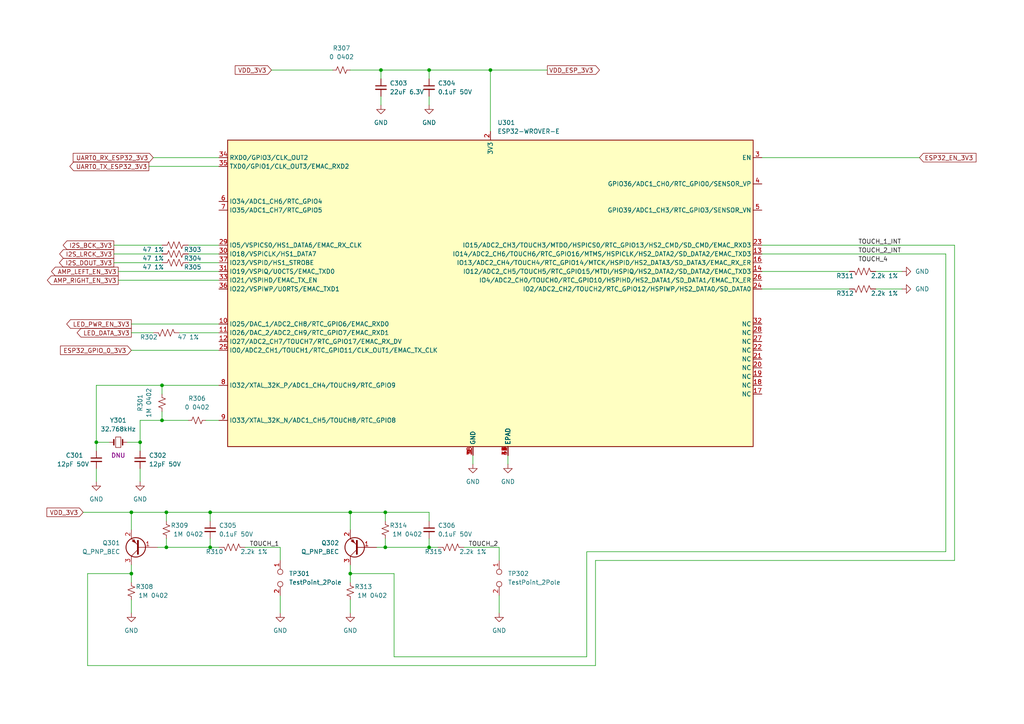
<source format=kicad_sch>
(kicad_sch (version 20211123) (generator eeschema)
  (paper "A4")
  (lib_symbols
    (symbol "Connector:TestPoint_2Pole" (pin_names (offset 0.762) hide)
      (property "Reference" "TP" (at 0 1.524 0))
      (property "Value" "TestPoint_2Pole" (at 0 -1.778 0))
      (symbol "TestPoint_2Pole_0_1"
        (circle (center -1.778 0) (radius 0.762))
        (circle (center 1.778 0) (radius 0.762))
        (pin passive line (at -5.08 0 0) (length 2.54) (name "1") (number "1"))
        (pin passive line (at 5.08 0 180) (length 2.54) (name "2") (number "2"))
      )
    )
    (symbol "Device:C_Small" (pin_numbers hide) (pin_names (offset 0.254) hide)
      (property "Reference" "C" (at 0.254 1.778 0))
      (property "Value" "C_Small" (at 0.254 -2.032 0))
      (symbol "C_Small_0_1"
        (polyline (pts (xy -1.524 -0.508) (xy 1.524 -0.508)) (stroke (width 0.3302)))
        (polyline (pts (xy -1.524 0.508) (xy 1.524 0.508)) (stroke (width 0.3048)))
      )
      (symbol "C_Small_1_1"
        (pin passive line (at 0 2.54 270) (length 2.032) (name "~") (number "1"))
        (pin passive line (at 0 -2.54 90) (length 2.032) (name "~") (number "2"))
      )
    )
    (symbol "Device:Crystal_Small" (pin_numbers hide) (pin_names (offset 1.016) hide)
      (property "Reference" "Y" (at 0 2.54 0))
      (property "Value" "Crystal_Small" (at 0 -2.54 0))
      (symbol "Crystal_Small_0_1"
        (rectangle (start -0.762 -1.524) (end 0.762 1.524))
        (polyline (pts (xy -1.27 -0.762) (xy -1.27 0.762)) (stroke (width 0.381)))
        (polyline (pts (xy 1.27 -0.762) (xy 1.27 0.762)) (stroke (width 0.381)))
      )
      (symbol "Crystal_Small_1_1"
        (pin passive line (at -2.54 0 0) (length 1.27) (name "1") (number "1"))
        (pin passive line (at 2.54 0 180) (length 1.27) (name "2") (number "2"))
      )
    )
    (symbol "Device:Q_PNP_BEC" (pin_names (offset 0) hide)
      (property "Reference" "Q" (at 5.08 1.27 0))
      (property "Value" "Q_PNP_BEC" (at 5.08 -1.27 0))
      (symbol "Q_PNP_BEC_0_1"
        (polyline (pts (xy 0.635 0.635) (xy 2.54 2.54)))
        (polyline (pts (xy 0.635 -0.635) (xy 2.54 -2.54) (xy 2.54 -2.54)))
        (polyline (pts (xy 0.635 1.905) (xy 0.635 -1.905) (xy 0.635 -1.905)) (stroke (width 0.508)))
        (polyline (pts (xy 2.286 -1.778) (xy 1.778 -2.286) (xy 1.27 -1.27) (xy 2.286 -1.778) (xy 2.286 -1.778)) (fill (type outline)))
        (circle (center 1.27 0) (radius 2.8194) (stroke (width 0.254)))
      )
      (symbol "Q_PNP_BEC_1_1"
        (pin input line (at -5.08 0 0) (length 5.715) (name "B") (number "1"))
        (pin passive line (at 2.54 -5.08 90) (length 2.54) (name "E") (number "2"))
        (pin passive line (at 2.54 5.08 270) (length 2.54) (name "C") (number "3"))
      )
    )
    (symbol "Device:R_Small_US" (pin_numbers hide) (pin_names (offset 0.254) hide)
      (property "Reference" "R" (at 0.762 0.508 0))
      (property "Value" "R_Small_US" (at 0.762 -1.016 0))
      (symbol "R_Small_US_1_1"
        (polyline (pts (xy 0 0) (xy 1.016 -0.381) (xy 0 -0.762) (xy -1.016 -1.143) (xy 0 -1.524)))
        (polyline (pts (xy 0 1.524) (xy 1.016 1.143) (xy 0 0.762) (xy -1.016 0.381) (xy 0 0)))
        (pin passive line (at 0 2.54 270) (length 1.016) (name "~") (number "1"))
        (pin passive line (at 0 -2.54 90) (length 1.016) (name "~") (number "2"))
      )
    )
    (symbol "Device:R_US" (pin_numbers hide) (pin_names (offset 0))
      (property "Reference" "R" (at 2.54 0 90))
      (property "Value" "R_US" (at -2.54 0 90))
      (symbol "R_US_0_1"
        (polyline (pts (xy 0 -2.286) (xy 0 -2.54)))
        (polyline (pts (xy 0 2.286) (xy 0 2.54)))
        (polyline (pts (xy 0 -0.762) (xy 1.016 -1.143) (xy 0 -1.524) (xy -1.016 -1.905) (xy 0 -2.286)))
        (polyline (pts (xy 0 0.762) (xy 1.016 0.381) (xy 0 0) (xy -1.016 -0.381) (xy 0 -0.762)))
        (polyline (pts (xy 0 2.286) (xy 1.016 1.905) (xy 0 1.524) (xy -1.016 1.143) (xy 0 0.762)))
      )
      (symbol "R_US_1_1"
        (pin passive line (at 0 3.81 270) (length 1.27) (name "~") (number "1"))
        (pin passive line (at 0 -3.81 90) (length 1.27) (name "~") (number "2"))
      )
    )
    (symbol "RK_MCU_Espressif:ESP32-WROVER-E"
      (property "Reference" "U" (at 0.508 32.004 0))
      (property "Value" "ESP32-WROVER-E" (at 1.778 28.448 0))
      (symbol "ESP32-WROVER-E_0_1"
        (rectangle (start -76.2 43.18) (end 76.2 -45.72) (stroke (width 0.254)) (fill (type background)))
      )
      (symbol "ESP32-WROVER-E_1_1"
        (pin power_in line (at -5.08 -48.26 90) (length 2.54) (name "GND") (number "1"))
        (pin bidirectional line (at -78.74 -10.16 0) (length 2.54) (name "IO25/DAC_1/ADC2_CH8/RTC_GPIO6/EMAC_RXD0") (number "10"))
        (pin bidirectional line (at -78.74 -12.7 0) (length 2.54) (name "IO26/DAC_2/ADC2_CH9/RTC_GPIO7/EMAC_RXD1") (number "11"))
        (pin bidirectional line (at -78.74 -15.24 0) (length 2.54) (name "IO27/ADC2_CH7/TOUCH7/RTC_GPIO17/EMAC_RX_DV") (number "12"))
        (pin bidirectional line (at 78.74 10.16 180) (length 2.54) (name "IO14/ADC2_CH6/TOUCH6/RTC_GPIO16/MTMS/HSPICLK/HS2_DATA2/SD_DATA2/EMAC_TXD3") (number "13"))
        (pin bidirectional line (at 78.74 5.08 180) (length 2.54) (name "IO12/ADC2_CH5/TOUCH5/RTC_GPIO15/MTDI/HSPIQ/HS2_DATA2/SD_DATA2/EMAC_TXD3") (number "14"))
        (pin power_in line (at -5.08 -48.26 90) (length 2.54) (name "GND") (number "15"))
        (pin bidirectional line (at 78.74 7.62 180) (length 2.54) (name "IO13/ADC2_CH4/TOUCH4/RTC_GPIO14/MTCK/HSPID/HS2_DATA3/SD_DATA3/EMAC_RX_ER") (number "16"))
        (pin bidirectional line (at 78.74 -30.48 180) (length 2.54) (name "NC") (number "17"))
        (pin bidirectional line (at 78.74 -27.94 180) (length 2.54) (name "NC") (number "18"))
        (pin bidirectional line (at 78.74 -25.4 180) (length 2.54) (name "NC") (number "19"))
        (pin power_in line (at 0 45.72 270) (length 2.54) (name "3V3") (number "2"))
        (pin bidirectional line (at 78.74 -22.86 180) (length 2.54) (name "NC") (number "20"))
        (pin bidirectional line (at 78.74 -20.32 180) (length 2.54) (name "NC") (number "21"))
        (pin bidirectional line (at 78.74 -17.78 180) (length 2.54) (name "NC") (number "22"))
        (pin bidirectional line (at 78.74 12.7 180) (length 2.54) (name "IO15/ADC2_CH3/TOUCH3/MTDO/HSPICS0/RTC_GPIO13/HS2_CMD/SD_CMD/EMAC_RXD3") (number "23"))
        (pin bidirectional line (at 78.74 0 180) (length 2.54) (name "IO2/ADC2_CH2/TOUCH2/RTC_GPIO12/HSPIWP/HS2_DATA0/SD_DATA0") (number "24"))
        (pin bidirectional line (at -78.74 -17.78 0) (length 2.54) (name "IO0/ADC2_CH1/TOUCH1/RTC_GPIO11/CLK_OUT1/EMAC_TX_CLK") (number "25"))
        (pin bidirectional line (at 78.74 2.54 180) (length 2.54) (name "IO4/ADC2_CH0/TOUCH0/RTC_GPIO10/HSPIHD/HS2_DATA1/SD_DATA1/EMAC_TX_ER") (number "26"))
        (pin bidirectional line (at 78.74 -15.24 180) (length 2.54) (name "NC") (number "27"))
        (pin bidirectional line (at 78.74 -12.7 180) (length 2.54) (name "NC") (number "28"))
        (pin bidirectional line (at -78.74 12.7 0) (length 2.54) (name "IO5/VSPICS0/HS1_DATA6/EMAC_RX_CLK") (number "29"))
        (pin input line (at 78.74 38.1 180) (length 2.54) (name "EN") (number "3"))
        (pin bidirectional line (at -78.74 10.16 0) (length 2.54) (name "IO18/VSPICLK/HS1_DATA7") (number "30"))
        (pin bidirectional line (at -78.74 5.08 0) (length 2.54) (name "IO19/VSPIQ/U0CTS/EMAC_TXD0") (number "31"))
        (pin bidirectional line (at 78.74 -10.16 180) (length 2.54) (name "NC") (number "32"))
        (pin bidirectional line (at -78.74 2.54 0) (length 2.54) (name "IO21/VSPIHD/EMAC_TX_EN") (number "33"))
        (pin bidirectional line (at -78.74 38.1 0) (length 2.54) (name "RXD0/GPIO3/CLK_OUT2") (number "34"))
        (pin bidirectional line (at -78.74 35.56 0) (length 2.54) (name "TXD0/GPIO1/CLK_OUT3/EMAC_RXD2") (number "35"))
        (pin bidirectional line (at -78.74 0 0) (length 2.54) (name "IO22/VSPIWP/U0RTS/EMAC_TXD1") (number "36"))
        (pin bidirectional line (at -78.74 7.62 0) (length 2.54) (name "IO23/VSPID/HS1_STROBE") (number "37"))
        (pin power_in line (at -5.08 -48.26 90) (length 2.54) (name "GND") (number "38"))
        (pin power_in line (at 5.08 -48.26 90) (length 2.54) (name "EPAD") (number "39"))
        (pin bidirectional line (at 78.74 30.48 180) (length 2.54) (name "GPIO36/ADC1_CH0/RTC_GPIO0/SENSOR_VP") (number "4"))
        (pin power_in line (at 5.08 -48.26 90) (length 2.54) (name "EPAD") (number "40"))
        (pin power_in line (at 5.08 -48.26 90) (length 2.54) (name "EPAD") (number "41"))
        (pin power_in line (at 5.08 -48.26 90) (length 2.54) (name "EPAD") (number "42"))
        (pin power_in line (at 5.08 -48.26 90) (length 2.54) (name "EPAD") (number "43"))
        (pin power_in line (at 5.08 -48.26 90) (length 2.54) (name "EPAD") (number "44"))
        (pin power_in line (at 5.08 -48.26 90) (length 2.54) (name "EPAD") (number "45"))
        (pin power_in line (at 5.08 -48.26 90) (length 2.54) (name "EPAD") (number "46"))
        (pin power_in line (at 5.08 -48.26 90) (length 2.54) (name "EPAD") (number "47"))
        (pin bidirectional line (at 78.74 22.86 180) (length 2.54) (name "GPIO39/ADC1_CH3/RTC_GPIO3/SENSOR_VN") (number "5"))
        (pin bidirectional line (at -78.74 25.4 0) (length 2.54) (name "IO34/ADC1_CH6/RTC_GPIO4") (number "6"))
        (pin bidirectional line (at -78.74 22.86 0) (length 2.54) (name "IO35/ADC1_CH7/RTC_GPIO5") (number "7"))
        (pin bidirectional line (at -78.74 -27.94 0) (length 2.54) (name "IO32/XTAL_32K_P/ADC1_CH4/TOUCH9/RTC_GPIO9") (number "8"))
        (pin bidirectional line (at -78.74 -38.1 0) (length 2.54) (name "IO33/XTAL_32K_N/ADC1_CH5/TOUCH8/RTC_GPIO8") (number "9"))
      )
    )
    (symbol "power:GND" (power) (pin_names (offset 0))
      (property "Value" "GND" (at 0 -3.81 0))
      (symbol "GND_0_1"
        (polyline (pts (xy 0 0) (xy 0 -1.27) (xy 1.27 -1.27) (xy 0 -2.54) (xy -1.27 -1.27) (xy 0 -1.27)))
      )
      (symbol "GND_1_1"
        (pin power_in line (at 0 0 270) (length 0) hide (name "GND") (number "1"))
      )
    )
  )
  (junction (at 124.46 158.75))
  (junction (at 101.6 166.37))
  (junction (at 60.96 158.75))
  (junction (at 27.94 128.27))
  (junction (at 142.24 20.32))
  (junction (at 38.1 166.37))
  (junction (at 60.96 148.59))
  (junction (at 48.26 158.75))
  (junction (at 38.1 148.59))
  (junction (at 40.64 128.27))
  (junction (at 111.76 148.59))
  (junction (at 110.49 20.32))
  (junction (at 46.99 111.76))
  (junction (at 46.99 121.92))
  (junction (at 124.46 20.32))
  (junction (at 101.6 148.59))
  (junction (at 111.76 158.75))
  (junction (at 48.26 148.59))
  (wire (pts (xy 38.1 166.37) (xy 38.1 168.91)))
  (wire (pts (xy 111.76 148.59) (xy 124.46 148.59)))
  (wire (pts (xy 276.86 71.12) (xy 276.86 162.56)))
  (wire (pts (xy 54.61 121.92) (xy 46.99 121.92)))
  (wire (pts (xy 63.5 111.76) (xy 46.99 111.76)))
  (wire (pts (xy 101.6 166.37) (xy 101.6 168.91)))
  (wire (pts (xy 254 83.82) (xy 261.62 83.82)))
  (wire (pts (xy 46.99 73.66) (xy 33.02 73.66)))
  (wire (pts (xy 137.16 132.08) (xy 137.16 134.62)))
  (wire (pts (xy 78.74 20.32) (xy 96.52 20.32)))
  (wire (pts (xy 38.1 173.99) (xy 38.1 177.8)))
  (wire (pts (xy 81.28 172.72) (xy 81.28 177.8)))
  (wire (pts (xy 172.72 193.04) (xy 25.4 193.04)))
  (wire (pts (xy 27.94 128.27) (xy 27.94 130.81)))
  (wire (pts (xy 46.99 119.38) (xy 46.99 121.92)))
  (wire (pts (xy 38.1 96.52) (xy 44.45 96.52)))
  (wire (pts (xy 124.46 158.75) (xy 127 158.75)))
  (wire (pts (xy 46.99 111.76) (xy 46.99 114.3)))
  (wire (pts (xy 170.18 160.02) (xy 170.18 190.5)))
  (wire (pts (xy 40.64 135.89) (xy 40.64 139.7)))
  (wire (pts (xy 54.61 73.66) (xy 63.5 73.66)))
  (wire (pts (xy 110.49 20.32) (xy 124.46 20.32)))
  (wire (pts (xy 172.72 162.56) (xy 172.72 193.04)))
  (wire (pts (xy 110.49 22.86) (xy 110.49 20.32)))
  (wire (pts (xy 24.13 148.59) (xy 38.1 148.59)))
  (wire (pts (xy 40.64 121.92) (xy 40.64 128.27)))
  (wire (pts (xy 54.61 76.2) (xy 63.5 76.2)))
  (wire (pts (xy 124.46 151.13) (xy 124.46 148.59)))
  (wire (pts (xy 110.49 27.94) (xy 110.49 30.48)))
  (wire (pts (xy 45.72 158.75) (xy 48.26 158.75)))
  (wire (pts (xy 81.28 162.56) (xy 81.28 158.75)))
  (wire (pts (xy 27.94 111.76) (xy 27.94 128.27)))
  (wire (pts (xy 60.96 148.59) (xy 101.6 148.59)))
  (wire (pts (xy 25.4 193.04) (xy 25.4 166.37)))
  (wire (pts (xy 111.76 158.75) (xy 124.46 158.75)))
  (wire (pts (xy 220.98 71.12) (xy 276.86 71.12)))
  (wire (pts (xy 25.4 166.37) (xy 38.1 166.37)))
  (wire (pts (xy 114.3 190.5) (xy 114.3 166.37)))
  (wire (pts (xy 46.99 71.12) (xy 33.02 71.12)))
  (wire (pts (xy 101.6 163.83) (xy 101.6 166.37)))
  (wire (pts (xy 101.6 20.32) (xy 110.49 20.32)))
  (wire (pts (xy 48.26 158.75) (xy 48.26 156.21)))
  (wire (pts (xy 38.1 93.98) (xy 63.5 93.98)))
  (wire (pts (xy 101.6 148.59) (xy 101.6 153.67)))
  (wire (pts (xy 40.64 128.27) (xy 40.64 130.81)))
  (wire (pts (xy 170.18 190.5) (xy 114.3 190.5)))
  (wire (pts (xy 34.29 78.74) (xy 63.5 78.74)))
  (wire (pts (xy 48.26 148.59) (xy 60.96 148.59)))
  (wire (pts (xy 34.29 81.28) (xy 63.5 81.28)))
  (wire (pts (xy 46.99 76.2) (xy 33.02 76.2)))
  (wire (pts (xy 60.96 151.13) (xy 60.96 148.59)))
  (wire (pts (xy 144.78 158.75) (xy 134.62 158.75)))
  (wire (pts (xy 54.61 71.12) (xy 63.5 71.12)))
  (wire (pts (xy 254 78.74) (xy 261.62 78.74)))
  (wire (pts (xy 48.26 151.13) (xy 48.26 148.59)))
  (wire (pts (xy 220.98 73.66) (xy 274.32 73.66)))
  (wire (pts (xy 101.6 173.99) (xy 101.6 177.8)))
  (wire (pts (xy 60.96 156.21) (xy 60.96 158.75)))
  (wire (pts (xy 220.98 45.72) (xy 266.7 45.72)))
  (wire (pts (xy 147.32 132.08) (xy 147.32 134.62)))
  (wire (pts (xy 27.94 135.89) (xy 27.94 139.7)))
  (wire (pts (xy 109.22 158.75) (xy 111.76 158.75)))
  (wire (pts (xy 220.98 83.82) (xy 246.38 83.82)))
  (wire (pts (xy 144.78 172.72) (xy 144.78 177.8)))
  (wire (pts (xy 52.07 96.52) (xy 63.5 96.52)))
  (wire (pts (xy 43.18 48.26) (xy 63.5 48.26)))
  (wire (pts (xy 36.83 128.27) (xy 40.64 128.27)))
  (wire (pts (xy 60.96 158.75) (xy 63.5 158.75)))
  (wire (pts (xy 38.1 163.83) (xy 38.1 166.37)))
  (wire (pts (xy 81.28 158.75) (xy 71.12 158.75)))
  (wire (pts (xy 31.75 128.27) (xy 27.94 128.27)))
  (wire (pts (xy 44.45 45.72) (xy 63.5 45.72)))
  (wire (pts (xy 59.69 121.92) (xy 63.5 121.92)))
  (wire (pts (xy 276.86 162.56) (xy 172.72 162.56)))
  (wire (pts (xy 63.5 101.6) (xy 38.1 101.6)))
  (wire (pts (xy 111.76 148.59) (xy 101.6 148.59)))
  (wire (pts (xy 124.46 20.32) (xy 124.46 22.86)))
  (wire (pts (xy 114.3 166.37) (xy 101.6 166.37)))
  (wire (pts (xy 144.78 162.56) (xy 144.78 158.75)))
  (wire (pts (xy 124.46 27.94) (xy 124.46 30.48)))
  (wire (pts (xy 46.99 111.76) (xy 27.94 111.76)))
  (wire (pts (xy 220.98 78.74) (xy 246.38 78.74)))
  (wire (pts (xy 111.76 158.75) (xy 111.76 156.21)))
  (wire (pts (xy 48.26 158.75) (xy 60.96 158.75)))
  (wire (pts (xy 48.26 148.59) (xy 38.1 148.59)))
  (wire (pts (xy 124.46 156.21) (xy 124.46 158.75)))
  (wire (pts (xy 274.32 160.02) (xy 170.18 160.02)))
  (wire (pts (xy 142.24 20.32) (xy 158.75 20.32)))
  (wire (pts (xy 111.76 151.13) (xy 111.76 148.59)))
  (wire (pts (xy 46.99 121.92) (xy 40.64 121.92)))
  (wire (pts (xy 142.24 38.1) (xy 142.24 20.32)))
  (wire (pts (xy 274.32 73.66) (xy 274.32 160.02)))
  (wire (pts (xy 142.24 20.32) (xy 124.46 20.32)))
  (wire (pts (xy 38.1 148.59) (xy 38.1 153.67)))
  (label "TOUCH_2" (at 135.89 158.75 0))
  (label "TOUCH_2_INT" (at 248.92 73.66 0))
  (label "TOUCH_4" (at 248.92 76.2 0))
  (label "TOUCH_1" (at 72.39 158.75 0))
  (label "TOUCH_1_INT" (at 248.92 71.12 0))
  (global_label "AMP_LEFT_EN_3V3" (shape output) (at 34.29 78.74 180) (property "Intersheet References" "${INTERSHEET_REFS}" (effects hide)))
  (global_label "VDD_ESP_3V3" (shape output) (at 158.75 20.32 0) (property "Intersheet References" "${INTERSHEET_REFS}" (effects hide)))
  (global_label "ESP32_EN_3V3" (shape input) (at 266.7 45.72 0) (property "Intersheet References" "${INTERSHEET_REFS}" (effects hide)))
  (global_label "VDD_3V3" (shape input) (at 78.74 20.32 180) (property "Intersheet References" "${INTERSHEET_REFS}" (effects hide)))
  (global_label "LED_DATA_3V3" (shape output) (at 38.1 96.52 180) (property "Intersheet References" "${INTERSHEET_REFS}" (effects hide)))
  (global_label "I2S_DOUT_3V3" (shape output) (at 33.02 76.2 180) (property "Intersheet References" "${INTERSHEET_REFS}" (effects hide)))
  (global_label "I2S_LRCK_3V3" (shape output) (at 33.02 73.66 180) (property "Intersheet References" "${INTERSHEET_REFS}" (effects hide)))
  (global_label "AMP_RIGHT_EN_3V3" (shape output) (at 34.29 81.28 180) (property "Intersheet References" "${INTERSHEET_REFS}" (effects hide)))
  (global_label "I2S_BCK_3V3" (shape output) (at 33.02 71.12 180) (property "Intersheet References" "${INTERSHEET_REFS}" (effects hide)))
  (global_label "ESP32_GPIO_0_3V3" (shape input) (at 38.1 101.6 180) (property "Intersheet References" "${INTERSHEET_REFS}" (effects hide)))
  (global_label "VDD_3V3" (shape input) (at 24.13 148.59 180) (property "Intersheet References" "${INTERSHEET_REFS}" (effects hide)))
  (global_label "LED_PWR_EN_3V3" (shape output) (at 38.1 93.98 180) (property "Intersheet References" "${INTERSHEET_REFS}" (effects hide)))
  (global_label "UART0_RX_ESP32_3V3" (shape input) (at 44.45 45.72 180) (property "Intersheet References" "${INTERSHEET_REFS}" (effects hide)))
  (global_label "UART0_TX_ESP32_3V3" (shape output) (at 43.18 48.26 180) (property "Intersheet References" "${INTERSHEET_REFS}" (effects hide)))
  (symbol (lib_id "Device:R_US") (at 130.81 158.75 270) (mirror x) (unit 1)
    (property "Reference" "R315" (at 125.73 160.02 90))
    (property "Value" "2.2k 1%" (at 137.16 160.02 90))
    (property "Footprint" "Resistor_SMD:R_0402_1005Metric" (effects hide))
    (property "Manufacturer_Name" "Kamaya" (effects hide))
    (property "Manufacturer_Part_Number" "RMC10K222FTH" (effects hide))
    (property "Mouser Part Number" "791-RMC10K222FTH" (effects hide))
    (property "Mouser Price/Stock" "0.015" (effects hide))
    (property "JLC_Type" "Basic" (effects hide))
    (property "Description" "Res 0402 2.2kohm 1%" (effects hide))
    (property "JLC_Manufacturer" "UNI-ROYAL(Uniroyal Elec)" (effects hide))
    (property "JLC_Cost" "0.0005" (effects hide))
    (property "JLC_MPN" "0402WGF2201TCE" (effects hide))
    (property "JLC_PN" "C25879" (effects hide))
  )
  (symbol (lib_id "Device:R_US") (at 50.8 71.12 90) (unit 1)
    (property "Reference" "R303" (at 55.88 72.39 90))
    (property "Value" "47 1%" (at 44.45 72.39 90))
    (property "Footprint" "Resistor_SMD:R_0402_1005Metric" (effects hide))
    (property "Manufacturer_Name" "Kamaya" (effects hide))
    (property "Manufacturer_Part_Number" "RMC10K470FTH" (effects hide))
    (property "Mouser Part Number" "791-RMC10K470FTH" (effects hide))
    (property "Mouser Price/Stock" "0.015" (effects hide))
    (property "JLC_Type" "Basic" (effects hide))
    (property "Description" "Res 0402 47ohm 1%" (effects hide))
    (property "JLC_Manufacturer" "UNI-ROYAL(Uniroyal Elec)" (effects hide))
    (property "JLC_Cost" "0.0008" (effects hide))
    (property "JLC_MPN" "0402WGF470JTCE" (effects hide))
    (property "JLC_PN" "C25118" (effects hide))
  )
  (symbol (lib_id "Device:C_Small") (at 124.46 153.67 0) (unit 1)
    (property "Reference" "C306" (at 127 152.4062 0) (effects (justify left)))
    (property "Value" "0.1uF 50V" (at 127 154.9462 0) (effects (justify left)))
    (property "Footprint" "Capacitor_SMD:C_0402_1005Metric" (effects hide))
    (property "JLC_Cost" "0.0061" (effects hide))
    (property "JLC_MPN" "CL05B104KB54PNC" (effects hide))
    (property "JLC_Manufacturer" "Samsung Electro-Mechanics" (effects hide))
    (property "JLC_PN" "C307331" (effects hide))
    (property "JLC_Type" "Basic" (effects hide))
    (property "Description" "MLCC 0402 X7R 100nF 50V" (effects hide))
  )
  (symbol (lib_id "Device:R_Small_US") (at 111.76 153.67 0) (unit 1)
    (property "Reference" "R314" (at 115.57 152.4 0))
    (property "Value" "1M 0402" (at 118.11 154.94 0))
    (property "Footprint" "Resistor_SMD:R_0402_1005Metric" (effects hide))
    (property "JLC_Cost" "0.0005" (effects hide))
    (property "JLC_MPN" "0402WGF1004TCE" (effects hide))
    (property "JLC_Manufacturer" "UNI-ROYAL(Uniroyal Elec)" (effects hide))
    (property "JLC_PN" "C26083" (effects hide))
    (property "JLC_Type" "Basic" (effects hide))
    (property "Description" "Res 0402 1Mega ohm 1%" (effects hide))
  )
  (symbol (lib_id "Device:Crystal_Small") (at 34.29 128.27 180) (unit 1)
    (property "Reference" "Y301" (at 34.29 121.92 0))
    (property "Value" "32.768kHz" (at 34.29 124.46 0))
    (property "Footprint" "Crystal:Crystal_SMD_3215-2Pin_3.2x1.5mm" (effects hide))
    (property "JLC_Cost" "0.2034" (effects hide))
    (property "JLC_MPN" "SF32WK32768D31T002" (effects hide))
    (property "JLC_Manufacturer" "TKD" (effects hide))
    (property "JLC_PN" "C271654" (effects hide))
    (property "JLC_Type" "Extended" (effects hide))
    (property "DNU" "DNU" (at 34.29 132.08 0))
    (property "Description" "Crystal 3215 2-pin 32.768kHz" (effects hide))
  )
  (symbol (lib_id "RK_MCU_Espressif:ESP32-WROVER-E") (at 142.24 83.82 0) (unit 1)
    (property "Reference" "U301" (at 144.2594 35.56 0) (effects (justify left)))
    (property "Value" "ESP32-WROVER-E" (at 144.2594 38.1 0) (effects (justify left)))
    (property "Footprint" "RK_MCU_Modules:ESP32-WROVER-E" (effects hide))
    (property "Datasheet" "http://espressif.com/sites/default/files/documentation/0a-https://www.espressif.com/sites/default/files/documentation/esp32-wrover-e_esp32-wrover-ie_datasheet_en.pdf" (effects hide))
    (property "Description" "Module CPU + BT + WLAN + RAM + FLASH ESP32-WROVER-E" (effects hide))
    (property "JLC_MPN" "ESP32-WROVER-E-N8R8" (effects hide))
    (property "JLC_Manufacturer" "Espressif Systems" (effects hide))
    (property "JLC_PN" "C2973667" (effects hide))
    (property "JLC_Cost" "3.43" (effects hide))
    (property "JLC_Type" "Extended" (effects hide))
  )
  (symbol (lib_id "Device:Q_PNP_BEC") (at 40.64 158.75 180) (unit 1)
    (property "Reference" "Q301" (at 34.87 157.4799 0) (effects (justify left)))
    (property "Value" "Q_PNP_BEC" (at 34.87 160.0199 0) (effects (justify left)))
    (property "Footprint" "Package_TO_SOT_SMD:SOT-23" (effects hide))
    (property "Description" "BJT, PNP, S9015, SOT23" (effects hide))
    (property "JLC_Cost" "0.0147" (effects hide))
    (property "JLC_MPN" "S9015" (effects hide))
    (property "JLC_Manufacturer" "Jiangsu Changjing Electronics Technology Co., Ltd." (effects hide))
    (property "JLC_PN" "C2149" (effects hide))
    (property "JLC_Type" "Basic" (effects hide))
  )
  (symbol (lib_id "Device:R_US") (at 50.8 76.2 90) (unit 1)
    (property "Reference" "R305" (at 55.88 77.47 90))
    (property "Value" "47 1%" (at 44.45 77.47 90))
    (property "Footprint" "Resistor_SMD:R_0402_1005Metric" (effects hide))
    (property "Manufacturer_Name" "Kamaya" (effects hide))
    (property "Manufacturer_Part_Number" "RMC10K470FTH" (effects hide))
    (property "Mouser Part Number" "791-RMC10K470FTH" (effects hide))
    (property "Mouser Price/Stock" "0.015" (effects hide))
    (property "JLC_Type" "Basic" (effects hide))
    (property "Description" "Res 0402 47ohm 1%" (effects hide))
    (property "JLC_Manufacturer" "UNI-ROYAL(Uniroyal Elec)" (effects hide))
    (property "JLC_Cost" "0.0008" (effects hide))
    (property "JLC_MPN" "0402WGF470JTCE" (effects hide))
    (property "JLC_PN" "C25118" (effects hide))
  )
  (symbol (lib_id "Device:R_Small_US") (at 99.06 20.32 90) (unit 1)
    (property "Reference" "R307" (at 99.06 13.97 90))
    (property "Value" "0 0402" (at 99.06 16.51 90))
    (property "Footprint" "Resistor_SMD:R_0402_1005Metric" (effects hide))
    (property "JLC_Cost" "0.0005" (effects hide))
    (property "JLC_MPN" "0402WGF0000TCE" (effects hide))
    (property "JLC_Manufacturer" "UNI-ROYAL(Uniroyal Elec)" (effects hide))
    (property "JLC_PN" "C17168" (effects hide))
    (property "JLC_Type" "Basic" (effects hide))
    (property "Description" "Res 0402 0ohm" (effects hide))
  )
  (symbol (lib_id "Device:C_Small") (at 60.96 153.67 0) (unit 1)
    (property "Reference" "C305" (at 63.5 152.4062 0) (effects (justify left)))
    (property "Value" "0.1uF 50V" (at 63.5 154.9462 0) (effects (justify left)))
    (property "Footprint" "Capacitor_SMD:C_0402_1005Metric" (effects hide))
    (property "JLC_Cost" "0.0061" (effects hide))
    (property "JLC_MPN" "CL05B104KB54PNC" (effects hide))
    (property "JLC_Manufacturer" "Samsung Electro-Mechanics" (effects hide))
    (property "JLC_PN" "C307331" (effects hide))
    (property "JLC_Type" "Basic" (effects hide))
    (property "Description" "MLCC 0402 X7R 100nF 50V" (effects hide))
  )
  (symbol (lib_id "Device:R_Small_US") (at 46.99 116.84 180) (unit 1)
    (property "Reference" "R301" (at 40.64 116.84 90))
    (property "Value" "1M 0402" (at 43.18 116.84 90))
    (property "Footprint" "Resistor_SMD:R_0402_1005Metric" (effects hide))
    (property "JLC_Cost" "0.0005" (effects hide))
    (property "JLC_MPN" "0402WGF1004TCE" (effects hide))
    (property "JLC_Manufacturer" "UNI-ROYAL(Uniroyal Elec)" (effects hide))
    (property "JLC_PN" "C26083" (effects hide))
    (property "JLC_Type" "Basic" (effects hide))
    (property "Description" "Res 0402 1Mega ohm 1%" (effects hide))
  )
  (symbol (lib_id "power:GND") (at 81.28 177.8 0) (unit 1)
    (property "Reference" "#PWR0308" (effects hide))
    (property "Value" "GND" (at 81.28 182.88 0))
  )
  (symbol (lib_id "Connector:TestPoint_2Pole") (at 81.28 167.64 270) (unit 1) (in_bom no) (on_board no)
    (property "Reference" "TP301" (at 83.82 166.3699 90) (effects (justify left)))
    (property "Value" "TestPoint_2Pole" (at 83.82 168.9099 90) (effects (justify left)))
    (property "Description" "Schematic Placeholder" (effects hide))
    (property "DNU" "DNU" (effects hide))
  )
  (symbol (lib_id "Device:R_US") (at 250.19 78.74 270) (mirror x) (unit 1)
    (property "Reference" "R311" (at 245.11 80.01 90))
    (property "Value" "2.2k 1%" (at 256.54 80.01 90))
    (property "Footprint" "Resistor_SMD:R_0402_1005Metric" (effects hide))
    (property "Manufacturer_Name" "Kamaya" (effects hide))
    (property "Manufacturer_Part_Number" "RMC10K222FTH" (effects hide))
    (property "Mouser Part Number" "791-RMC10K222FTH" (effects hide))
    (property "Mouser Price/Stock" "0.015" (effects hide))
    (property "JLC_Type" "Basic" (effects hide))
    (property "Description" "Res 0402 2.2kohm 1%" (effects hide))
    (property "JLC_Manufacturer" "UNI-ROYAL(Uniroyal Elec)" (effects hide))
    (property "JLC_Cost" "0.0005" (effects hide))
    (property "JLC_MPN" "0402WGF2201TCE" (effects hide))
    (property "JLC_PN" "C25879" (effects hide))
  )
  (symbol (lib_id "Device:R_US") (at 250.19 83.82 270) (mirror x) (unit 1)
    (property "Reference" "R312" (at 245.11 85.09 90))
    (property "Value" "2.2k 1%" (at 256.54 85.09 90))
    (property "Footprint" "Resistor_SMD:R_0402_1005Metric" (effects hide))
    (property "Manufacturer_Name" "Kamaya" (effects hide))
    (property "Manufacturer_Part_Number" "RMC10K222FTH" (effects hide))
    (property "Mouser Part Number" "791-RMC10K222FTH" (effects hide))
    (property "Mouser Price/Stock" "0.015" (effects hide))
    (property "JLC_Type" "Basic" (effects hide))
    (property "Description" "Res 0402 2.2kohm 1%" (effects hide))
    (property "JLC_Manufacturer" "UNI-ROYAL(Uniroyal Elec)" (effects hide))
    (property "JLC_Cost" "0.0005" (effects hide))
    (property "JLC_MPN" "0402WGF2201TCE" (effects hide))
    (property "JLC_PN" "C25879" (effects hide))
  )
  (symbol (lib_id "power:GND") (at 101.6 177.8 0) (unit 1)
    (property "Reference" "#PWR0311" (effects hide))
    (property "Value" "GND" (at 101.6 182.88 0))
  )
  (symbol (lib_id "Device:C_Small") (at 124.46 25.4 0) (unit 1)
    (property "Reference" "C304" (at 127 24.1362 0) (effects (justify left)))
    (property "Value" "0.1uF 50V" (at 127 26.6762 0) (effects (justify left)))
    (property "Footprint" "Capacitor_SMD:C_0402_1005Metric" (effects hide))
    (property "JLC_Cost" "0.0061" (effects hide))
    (property "JLC_MPN" "CL05B104KB54PNC" (effects hide))
    (property "JLC_Manufacturer" "Samsung Electro-Mechanics" (effects hide))
    (property "JLC_PN" "C307331" (effects hide))
    (property "JLC_Type" "Basic" (effects hide))
    (property "Description" "MLCC 0402 X7R 100nF 50V" (effects hide))
  )
  (symbol (lib_id "Device:Q_PNP_BEC") (at 104.14 158.75 180) (unit 1)
    (property "Reference" "Q302" (at 98.37 157.4799 0) (effects (justify left)))
    (property "Value" "Q_PNP_BEC" (at 98.37 160.0199 0) (effects (justify left)))
    (property "Footprint" "Package_TO_SOT_SMD:SOT-23" (effects hide))
    (property "Description" "BJT, PNP, S9015, SOT23" (effects hide))
    (property "JLC_Cost" "0.0147" (effects hide))
    (property "JLC_MPN" "S9015" (effects hide))
    (property "JLC_Manufacturer" "Jiangsu Changjing Electronics Technology Co., Ltd." (effects hide))
    (property "JLC_PN" "C2149" (effects hide))
    (property "JLC_Type" "Basic" (effects hide))
  )
  (symbol (lib_id "power:GND") (at 261.62 78.74 90) (unit 1)
    (property "Reference" "#PWR0309" (effects hide))
    (property "Value" "GND" (at 265.43 78.7399 90) (effects (justify right)))
  )
  (symbol (lib_id "Device:R_US") (at 67.31 158.75 270) (mirror x) (unit 1)
    (property "Reference" "R310" (at 62.23 160.02 90))
    (property "Value" "2.2k 1%" (at 73.66 160.02 90))
    (property "Footprint" "Resistor_SMD:R_0402_1005Metric" (effects hide))
    (property "Manufacturer_Name" "Kamaya" (effects hide))
    (property "Manufacturer_Part_Number" "RMC10K222FTH" (effects hide))
    (property "Mouser Part Number" "791-RMC10K222FTH" (effects hide))
    (property "Mouser Price/Stock" "0.015" (effects hide))
    (property "JLC_Type" "Basic" (effects hide))
    (property "Description" "Res 0402 2.2kohm 1%" (effects hide))
    (property "JLC_Manufacturer" "UNI-ROYAL(Uniroyal Elec)" (effects hide))
    (property "JLC_Cost" "0.0005" (effects hide))
    (property "JLC_MPN" "0402WGF2201TCE" (effects hide))
    (property "JLC_PN" "C25879" (effects hide))
  )
  (symbol (lib_id "power:GND") (at 144.78 177.8 0) (unit 1)
    (property "Reference" "#PWR0312" (effects hide))
    (property "Value" "GND" (at 144.78 182.88 0))
  )
  (symbol (lib_id "power:GND") (at 261.62 83.82 90) (unit 1)
    (property "Reference" "#PWR0310" (effects hide))
    (property "Value" "GND" (at 265.43 83.8199 90) (effects (justify right)))
  )
  (symbol (lib_id "Device:R_Small_US") (at 101.6 171.45 0) (unit 1)
    (property "Reference" "R313" (at 105.41 170.18 0))
    (property "Value" "1M 0402" (at 107.95 172.72 0))
    (property "Footprint" "Resistor_SMD:R_0402_1005Metric" (effects hide))
    (property "JLC_Cost" "0.0005" (effects hide))
    (property "JLC_MPN" "0402WGF1004TCE" (effects hide))
    (property "JLC_Manufacturer" "UNI-ROYAL(Uniroyal Elec)" (effects hide))
    (property "JLC_PN" "C26083" (effects hide))
    (property "JLC_Type" "Basic" (effects hide))
    (property "Description" "Res 0402 1Mega ohm 1%" (effects hide))
  )
  (symbol (lib_id "power:GND") (at 40.64 139.7 0) (unit 1)
    (property "Reference" "#PWR0302" (effects hide))
    (property "Value" "GND" (at 40.64 144.78 0))
  )
  (symbol (lib_id "power:GND") (at 124.46 30.48 0) (unit 1)
    (property "Reference" "#PWR0304" (effects hide))
    (property "Value" "GND" (at 124.46 35.56 0))
  )
  (symbol (lib_id "Device:R_US") (at 48.26 96.52 270) (mirror x) (unit 1)
    (property "Reference" "R302" (at 43.18 97.79 90))
    (property "Value" "47 1%" (at 54.61 97.79 90))
    (property "Footprint" "Resistor_SMD:R_0402_1005Metric" (effects hide))
    (property "Manufacturer_Name" "Kamaya" (effects hide))
    (property "Manufacturer_Part_Number" "RMC10K470FTH" (effects hide))
    (property "Mouser Part Number" "791-RMC10K470FTH" (effects hide))
    (property "Mouser Price/Stock" "0.015" (effects hide))
    (property "JLC_Type" "Basic" (effects hide))
    (property "Description" "Res 0402 47ohm 1%" (effects hide))
    (property "JLC_Manufacturer" "UNI-ROYAL(Uniroyal Elec)" (effects hide))
    (property "JLC_Cost" "0.0008" (effects hide))
    (property "JLC_MPN" "0402WGF470JTCE" (effects hide))
    (property "JLC_PN" "C25118" (effects hide))
  )
  (symbol (lib_id "Device:R_Small_US") (at 48.26 153.67 0) (unit 1)
    (property "Reference" "R309" (at 52.07 152.4 0))
    (property "Value" "1M 0402" (at 54.61 154.94 0))
    (property "Footprint" "Resistor_SMD:R_0402_1005Metric" (effects hide))
    (property "JLC_Cost" "0.0005" (effects hide))
    (property "JLC_MPN" "0402WGF1004TCE" (effects hide))
    (property "JLC_Manufacturer" "UNI-ROYAL(Uniroyal Elec)" (effects hide))
    (property "JLC_PN" "C26083" (effects hide))
    (property "JLC_Type" "Basic" (effects hide))
    (property "Description" "Res 0402 1Mega ohm 1%" (effects hide))
  )
  (symbol (lib_id "Device:R_Small_US") (at 38.1 171.45 0) (unit 1)
    (property "Reference" "R308" (at 41.91 170.18 0))
    (property "Value" "1M 0402" (at 44.45 172.72 0))
    (property "Footprint" "Resistor_SMD:R_0402_1005Metric" (effects hide))
    (property "JLC_Cost" "0.0005" (effects hide))
    (property "JLC_MPN" "0402WGF1004TCE" (effects hide))
    (property "JLC_Manufacturer" "UNI-ROYAL(Uniroyal Elec)" (effects hide))
    (property "JLC_PN" "C26083" (effects hide))
    (property "JLC_Type" "Basic" (effects hide))
    (property "Description" "Res 0402 1Mega ohm 1%" (effects hide))
  )
  (symbol (lib_id "Device:C_Small") (at 27.94 133.35 0) (mirror y) (unit 1)
    (property "Reference" "C301" (at 19.05 132.08 0) (effects (justify right)))
    (property "Value" "12pF 50V" (at 16.51 134.62 0) (effects (justify right)))
    (property "Footprint" "Capacitor_SMD:C_0402_1005Metric" (effects hide))
    (property "JLC_Cost" "0.0061" (effects hide))
    (property "JLC_MPN" "0402CG120J500NT" (effects hide))
    (property "JLC_Manufacturer" "FH (Guangdong Fenghua Advanced Tech)" (effects hide))
    (property "JLC_PN" "C1547" (effects hide))
    (property "JLC_Type" "Basic" (effects hide))
    (property "Description" "MLCC 0402 C0G 12pF 50V" (effects hide))
  )
  (symbol (lib_id "power:GND") (at 110.49 30.48 0) (unit 1)
    (property "Reference" "#PWR0303" (effects hide))
    (property "Value" "GND" (at 110.49 35.56 0))
  )
  (symbol (lib_id "power:GND") (at 38.1 177.8 0) (unit 1)
    (property "Reference" "#PWR0307" (effects hide))
    (property "Value" "GND" (at 38.1 182.88 0))
  )
  (symbol (lib_id "power:GND") (at 137.16 134.62 0) (unit 1)
    (property "Reference" "#PWR0305" (effects hide))
    (property "Value" "GND" (at 137.16 139.7 0))
  )
  (symbol (lib_id "Device:R_US") (at 50.8 73.66 90) (unit 1)
    (property "Reference" "R304" (at 55.88 74.93 90))
    (property "Value" "47 1%" (at 44.45 74.93 90))
    (property "Footprint" "Resistor_SMD:R_0402_1005Metric" (effects hide))
    (property "Manufacturer_Name" "Kamaya" (effects hide))
    (property "Manufacturer_Part_Number" "RMC10K470FTH" (effects hide))
    (property "Mouser Part Number" "791-RMC10K470FTH" (effects hide))
    (property "Mouser Price/Stock" "0.015" (effects hide))
    (property "JLC_Type" "Basic" (effects hide))
    (property "Description" "Res 0402 47ohm 1%" (effects hide))
    (property "JLC_Manufacturer" "UNI-ROYAL(Uniroyal Elec)" (effects hide))
    (property "JLC_Cost" "0.0008" (effects hide))
    (property "JLC_MPN" "0402WGF470JTCE" (effects hide))
    (property "JLC_PN" "C25118" (effects hide))
  )
  (symbol (lib_id "power:GND") (at 147.32 134.62 0) (unit 1)
    (property "Reference" "#PWR0306" (effects hide))
    (property "Value" "GND" (at 147.32 139.7 0))
  )
  (symbol (lib_id "Device:C_Small") (at 40.64 133.35 0) (unit 1)
    (property "Reference" "C302" (at 43.18 132.0862 0) (effects (justify left)))
    (property "Value" "12pF 50V" (at 43.18 134.6262 0) (effects (justify left)))
    (property "Footprint" "Capacitor_SMD:C_0402_1005Metric" (effects hide))
    (property "JLC_Cost" "0.0061" (effects hide))
    (property "JLC_MPN" "0402CG120J500NT" (effects hide))
    (property "JLC_Manufacturer" "FH (Guangdong Fenghua Advanced Tech)" (effects hide))
    (property "JLC_PN" "C1547" (effects hide))
    (property "JLC_Type" "Basic" (effects hide))
    (property "Description" "MLCC 0402 C0G 12pF 50V" (effects hide))
  )
  (symbol (lib_id "Connector:TestPoint_2Pole") (at 144.78 167.64 270) (unit 1) (in_bom no) (on_board no)
    (property "Reference" "TP302" (at 147.32 166.3699 90) (effects (justify left)))
    (property "Value" "TestPoint_2Pole" (at 147.32 168.9099 90) (effects (justify left)))
    (property "Description" "Schematic Placeholder" (effects hide))
    (property "DNU" "DNU" (effects hide))
  )
  (symbol (lib_id "Device:C_Small") (at 110.49 25.4 0) (unit 1)
    (property "Reference" "C303" (at 113.03 24.1362 0) (effects (justify left)))
    (property "Value" "22uF 6.3V" (at 113.03 26.6762 0) (effects (justify left)))
    (property "Footprint" "Capacitor_SMD:C_0603_1608Metric" (effects hide))
    (property "JLC_Cost" "0.0044" (effects hide))
    (property "JLC_MPN" "CL10A226MQ8NRNC" (effects hide))
    (property "JLC_Manufacturer" "Samsung Electro-Mechanics" (effects hide))
    (property "JLC_PN" "C59461" (effects hide))
    (property "JLC_Type" "Basic" (effects hide))
    (property "Description" "MLCC 0603 X5R 22uF 6.3V" (effects hide))
  )
  (symbol (lib_id "power:GND") (at 27.94 139.7 0) (unit 1)
    (property "Reference" "#PWR0301" (effects hide))
    (property "Value" "GND" (at 27.94 144.78 0))
  )
  (symbol (lib_id "Device:R_Small_US") (at 57.15 121.92 90) (unit 1)
    (property "Reference" "R306" (at 57.15 115.57 90))
    (property "Value" "0 0402" (at 57.15 118.11 90))
    (property "Footprint" "Resistor_SMD:R_0402_1005Metric" (effects hide))
    (property "JLC_Cost" "0.0005" (effects hide))
    (property "JLC_MPN" "0402WGF0000TCE" (effects hide))
    (property "JLC_Manufacturer" "UNI-ROYAL(Uniroyal Elec)" (effects hide))
    (property "JLC_PN" "C17168" (effects hide))
    (property "JLC_Type" "Basic" (effects hide))
    (property "Description" "Res 0402 0ohm" (effects hide))
  )
)
</source>
